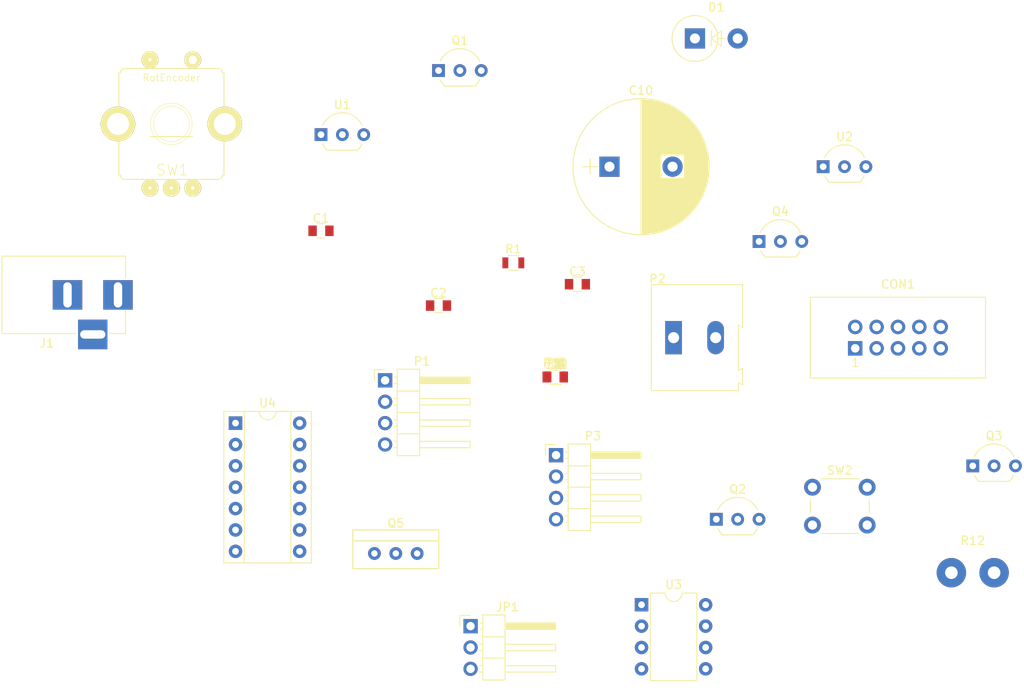
<source format=kicad_pcb>
(kicad_pcb (version 20221018) (generator pcbnew)
  (layers (0 "F.Cu" signal) (31 "B.Cu" signal) (34 "B.Paste" user) (35 "F.Paste" user) (36 "B.SilkS" user "B.Silkscreen") (37 "F.SilkS" user "F.Silkscreen") (38 "B.Mask" user) (39 "F.Mask" user) (44 "Edge.Cuts" user))
  (net 0 "")
  (net 1 "/Vin")
  (net 2 "GND")
  (net 3 "+5V")
  (net 4 "Net-(C3-Pad1)")
  (net 5 "Net-(C5-Pad1)")
  (net 6 "Net-(C6-Pad1)")
  (net 7 "Net-(C7-Pad1)")
  (net 8 "/15V")
  (net 9 "Net-(CON1-Pad1)")
  (net 10 "Net-(CON1-Pad3)")
  (net 11 "Net-(CON1-Pad5)")
  (net 12 "Net-(CON1-Pad7)")
  (net 13 "Net-(CON1-Pad9)")
  (net 14 "Net-(D1-Pad2)")
  (net 15 "Net-(J1-Pad2)")
  (net 16 "Net-(JP1-Pad2)")
  (net 17 "Net-(JP1-Pad3)")
  (net 18 "Net-(P1-Pad3)")
  (net 19 "Net-(P3-Pad1)")
  (net 20 "Net-(P3-Pad3)")
  (net 21 "Net-(Q1-Pad3)")
  (net 22 "Net-(Q2-Pad3)")
  (net 23 "Net-(Q3-Pad1)")
  (net 24 "Net-(R2-Pad2)")
  (net 25 "Net-(R3-Pad1)")
  (net 26 "Net-(R4-Pad1)")
  (net 27 "Net-(R5-Pad1)")
  (net 28 "Net-(U3-Pad2)")
  (net 29 "Net-(U3-Pad3)")
  (net 30 "VCC")
  (footprint "Capacitors_SMD:C_0805" (layer "F.Cu") (at 120.65 87.63)
    (fp_text reference "C1" (at 0 -1.5) (layer "F.SilkS"))
    (fp_text value "1uF")
    (pad "1" smd rect (at -1 0) (size 1 1.25) (layers "F.Cu" "F.Paste" "F.Mask") (net 1 "/Vin"))
    (pad "2" smd rect (at 1 0) (size 1 1.25) (layers "F.Cu" "F.Paste" "F.Mask") (net 2 "GND"))
  )
  (footprint "Capacitors_SMD:C_0805" (layer "F.Cu") (at 134.62 96.52)
    (fp_text reference "C2" (at 0 -1.5) (layer "F.SilkS"))
    (fp_text value "1uF")
    (pad "1" smd rect (at -1 0) (size 1 1.25) (layers "F.Cu" "F.Paste" "F.Mask") (net 3 "+5V"))
    (pad "2" smd rect (at 1 0) (size 1 1.25) (layers "F.Cu" "F.Paste" "F.Mask") (net 2 "GND"))
  )
  (footprint "Capacitors_SMD:C_0805" (layer "F.Cu") (at 151.13 93.98)
    (fp_text reference "C3" (at 0 -1.5) (layer "F.SilkS"))
    (fp_text value "10n")
    (pad "1" smd rect (at -1 0) (size 1 1.25) (layers "F.Cu" "F.Paste" "F.Mask") (net 4 "Net-(C3-Pad1)"))
    (pad "2" smd rect (at 1 0) (size 1 1.25) (layers "F.Cu" "F.Paste" "F.Mask") (net 2 "GND"))
  )
  (footprint "Capacitors_SMD:C_0805" (layer "F.Cu") (at 148.5011 105.0036)
    (fp_text reference "C4" (at 0 -1.5) (layer "F.SilkS"))
    (fp_text value "100nF")
    (pad "1" smd rect (at -1 0) (size 1 1.25) (layers "F.Cu" "F.Paste" "F.Mask") (net 3 "+5V"))
    (pad "2" smd rect (at 1 0) (size 1 1.25) (layers "F.Cu" "F.Paste" "F.Mask") (net 2 "GND"))
  )
  (footprint "Capacitors_SMD:C_0805" (layer "F.Cu") (at 148.5011 105.0036)
    (fp_text reference "C5" (at 0 -1.5) (layer "F.SilkS"))
    (fp_text value "10n")
    (pad "1" smd rect (at -1 0) (size 1 1.25) (layers "F.Cu" "F.Paste" "F.Mask") (net 5 "Net-(C5-Pad1)"))
    (pad "2" smd rect (at 1 0) (size 1 1.25) (layers "F.Cu" "F.Paste" "F.Mask") (net 2 "GND"))
  )
  (footprint "Capacitors_SMD:C_0805" (layer "F.Cu") (at 148.5011 105.0036)
    (fp_text reference "C6" (at 0 -1.5) (layer "F.SilkS"))
    (fp_text value "10n")
    (pad "1" smd rect (at -1 0) (size 1 1.25) (layers "F.Cu" "F.Paste" "F.Mask") (net 6 "Net-(C6-Pad1)"))
    (pad "2" smd rect (at 1 0) (size 1 1.25) (layers "F.Cu" "F.Paste" "F.Mask") (net 2 "GND"))
  )
  (footprint "Capacitors_SMD:C_0805" (layer "F.Cu") (at 148.5011 105.0036)
    (fp_text reference "C7" (at 0 -1.5) (layer "F.SilkS"))
    (fp_text value "10n")
    (pad "1" smd rect (at -1 0) (size 1 1.25) (layers "F.Cu" "F.Paste" "F.Mask") (net 7 "Net-(C7-Pad1)"))
    (pad "2" smd rect (at 1 0) (size 1 1.25) (layers "F.Cu" "F.Paste" "F.Mask") (net 2 "GND"))
  )
  (footprint "Capacitors_SMD:C_0805" (layer "F.Cu") (at 148.5011 105.0036)
    (fp_text reference "C8" (at 0 -1.5) (layer "F.SilkS"))
    (fp_text value "1uF")
    (pad "1" smd rect (at -1 0) (size 1 1.25) (layers "F.Cu" "F.Paste" "F.Mask") (net 1 "/Vin"))
    (pad "2" smd rect (at 1 0) (size 1 1.25) (layers "F.Cu" "F.Paste" "F.Mask") (net 2 "GND"))
  )
  (footprint "Capacitors_SMD:C_0805" (layer "F.Cu") (at 148.5011 105.0036)
    (fp_text reference "C9" (at 0 -1.5) (layer "F.SilkS"))
    (fp_text value "1uF")
    (pad "1" smd rect (at -1 0) (size 1 1.25) (layers "F.Cu" "F.Paste" "F.Mask") (net 8 "/15V"))
    (pad "2" smd rect (at 1 0) (size 1 1.25) (layers "F.Cu" "F.Paste" "F.Mask") (net 2 "GND"))
  )
  (footprint "Capacitors_THT:CP_Radial_D16.0mm_P7.50mm" (layer "F.Cu") (at 154.94 80.01)
    (fp_text reference "C10" (at 3.75 -9.06) (layer "F.SilkS"))
    (fp_text value "4700uF")
    (pad "1" thru_hole rect (at 0 0) (size 2.4 2.4) (drill 1.2) (layers "*.Cu" "*.Mask") (net 1 "/Vin"))
    (pad "2" thru_hole circle (at 7.5 0) (size 2.4 2.4) (drill 1.2) (layers "*.Cu" "*.Mask") (net 2 "GND"))
  )
  (footprint "Capacitors_SMD:C_0805" (layer "F.Cu") (at 148.5011 105.0036)
    (fp_text reference "C11" (at 0 -1.5) (layer "F.SilkS"))
    (fp_text value ".47uF")
    (pad "1" smd rect (at -1 0) (size 1 1.25) (layers "F.Cu" "F.Paste" "F.Mask") (net 1 "/Vin"))
    (pad "2" smd rect (at 1 0) (size 1 1.25) (layers "F.Cu" "F.Paste" "F.Mask") (net 2 "GND"))
  )
  (footprint "Capacitors_SMD:C_0805" (layer "F.Cu") (at 148.5011 105.0036)
    (fp_text reference "C12" (at 0 -1.5) (layer "F.SilkS"))
    (fp_text value "47pF")
    (pad "1" smd rect (at -1 0) (size 1 1.25) (layers "F.Cu" "F.Paste" "F.Mask") (net 1 "/Vin"))
    (pad "2" smd rect (at 1 0) (size 1 1.25) (layers "F.Cu" "F.Paste" "F.Mask") (net 2 "GND"))
  )
  (footprint "Connectors:IDC_Header_Straight_10pins" (layer "F.Cu") (at 184.15 101.6)
    (fp_text reference "CON1" (at 5.08 -7.62) (layer "F.SilkS"))
    (fp_text value "AVR-ISP-10")
    (fp_text user "1" (at 0.02 1.72) (layer "F.SilkS") (effects (font (thickness 0.12))))
    (pad "1" thru_hole rect (at 0 0) (size 1.7272 1.7272) (drill 1.016) (layers "*.Cu" "*.Mask") (net 9 "Net-(CON1-Pad1)"))
    (pad "2" thru_hole oval (at 0 -2.54) (size 1.7272 1.7272) (drill 1.016) (layers "*.Cu" "*.Mask") (net 3 "+5V"))
    (pad "3" thru_hole oval (at 2.54 0) (size 1.7272 1.7272) (drill 1.016) (layers "*.Cu" "*.Mask") (net 10 "Net-(CON1-Pad3)"))
    (pad "4" thru_hole oval (at 2.54 -2.54) (size 1.7272 1.7272) (drill 1.016) (layers "*.Cu" "*.Mask") (net 2 "GND"))
    (pad "5" thru_hole oval (at 5.08 0) (size 1.7272 1.7272) (drill 1.016) (layers "*.Cu" "*.Mask") (net 11 "Net-(CON1-Pad5)"))
    (pad "6" thru_hole oval (at 5.08 -2.54) (size 1.7272 1.7272) (drill 1.016) (layers "*.Cu" "*.Mask") (net 2 "GND"))
    (pad "7" thru_hole oval (at 7.62 0) (size 1.7272 1.7272) (drill 1.016) (layers "*.Cu" "*.Mask") (net 12 "Net-(CON1-Pad7)"))
    (pad "8" thru_hole oval (at 7.62 -2.54) (size 1.7272 1.7272) (drill 1.016) (layers "*.Cu" "*.Mask") (net 2 "GND"))
    (pad "9" thru_hole oval (at 10.16 0) (size 1.7272 1.7272) (drill 1.016) (layers "*.Cu" "*.Mask") (net 13 "Net-(CON1-Pad9)"))
    (pad "10" thru_hole oval (at 10.16 -2.54) (size 1.7272 1.7272) (drill 1.016) (layers "*.Cu" "*.Mask") (net 2 "GND"))
  )
  (footprint "Diodes_THT:D_DO-27_P5.08mm_Vertical_AnodeUp" (layer "F.Cu") (at 165.1 64.77)
    (fp_text reference "D1" (at 2.54 -3.725) (layer "F.SilkS"))
    (fp_text value "SF28")
    (pad "1" thru_hole rect (at 0 0) (size 2.4 2.4) (drill 1.2) (layers "*.Cu" "*.Mask") (net 1 "/Vin"))
    (pad "2" thru_hole oval (at 5.08 0) (size 2.4 2.4) (drill 1.2) (layers "*.Cu" "*.Mask") (net 14 "Net-(D1-Pad2)"))
  )
  (footprint "Connectors:BARREL_JACK" (layer "F.Cu") (at 96.52 95.25)
    (fp_text reference "J1" (at -8.45 5.75 180) (layer "F.SilkS"))
    (fp_text value "DC_JACK")
    (pad "1" thru_hole rect (at 0 0) (size 3.5 3.5) (drill oval 1 3) (layers "*.Cu" "*.Mask") (net 1 "/Vin"))
    (pad "2" thru_hole rect (at -6 0) (size 3.5 3.5) (drill oval 1 3) (layers "*.Cu" "*.Mask") (net 15 "Net-(J1-Pad2)"))
    (pad "3" thru_hole rect (at -3 4.7) (size 3.5 3.5) (drill oval 3 1) (layers "*.Cu" "*.Mask") (net 2 "GND"))
  )
  (footprint "Pin_Headers:Pin_Header_Angled_1x03_Pitch2.54mm" (layer "F.Cu") (at 138.43 134.62)
    (fp_text reference "JP1" (at 4.385 -2.27) (layer "F.SilkS"))
    (fp_text value "Jumper_NC_Dual")
    (pad "1" thru_hole rect (at 0 0) (size 1.7 1.7) (drill 1) (layers "*.Cu" "*.Mask") (net 13 "Net-(CON1-Pad9)"))
    (pad "2" thru_hole oval (at 0 2.54) (size 1.7 1.7) (drill 1) (layers "*.Cu" "*.Mask") (net 16 "Net-(JP1-Pad2)"))
    (pad "3" thru_hole oval (at 0 5.08) (size 1.7 1.7) (drill 1) (layers "*.Cu" "*.Mask") (net 17 "Net-(JP1-Pad3)"))
  )
  (footprint "Pin_Headers:Pin_Header_Angled_1x04_Pitch2.54mm" (layer "F.Cu") (at 128.27 105.41)
    (fp_text reference "P1" (at 4.385 -2.27) (layer "F.SilkS"))
    (fp_text value "CONN_4")
    (pad "1" thru_hole rect (at 0 0) (size 1.7 1.7) (drill 1) (layers "*.Cu" "*.Mask") (net 17 "Net-(JP1-Pad3)"))
    (pad "2" thru_hole oval (at 0 2.54) (size 1.7 1.7) (drill 1) (layers "*.Cu" "*.Mask") (net 17 "Net-(JP1-Pad3)"))
    (pad "3" thru_hole oval (at 0 5.08) (size 1.7 1.7) (drill 1) (layers "*.Cu" "*.Mask") (net 18 "Net-(P1-Pad3)"))
    (pad "4" thru_hole oval (at 0 7.62) (size 1.7 1.7) (drill 1) (layers "*.Cu" "*.Mask") (net 2 "GND"))
  )
  (footprint "Connectors:AK300-2" (layer "F.Cu") (at 162.56 100.33)
    (fp_text reference "P2" (at -1.92 -6.99) (layer "F.SilkS"))
    (fp_text value "CONN_2")
    (pad "1" thru_hole rect (at 0 0) (size 1.98 3.96) (drill 1.32) (layers "*.Cu" "F.Paste" "F.Mask") (net 1 "/Vin"))
    (pad "2" thru_hole oval (at 5 0) (size 1.98 3.96) (drill 1.32) (layers "*.Cu" "F.Paste" "F.Mask") (net 14 "Net-(D1-Pad2)"))
  )
  (footprint "Pin_Headers:Pin_Header_Angled_1x04_Pitch2.54mm" (layer "F.Cu") (at 148.59 114.3)
    (fp_text reference "P3" (at 4.385 -2.27) (layer "F.SilkS"))
    (fp_text value "CONN_4")
    (pad "1" thru_hole rect (at 0 0) (size 1.7 1.7) (drill 1) (layers "*.Cu" "*.Mask") (net 19 "Net-(P3-Pad1)"))
    (pad "2" thru_hole oval (at 0 2.54) (size 1.7 1.7) (drill 1) (layers "*.Cu" "*.Mask") (net 19 "Net-(P3-Pad1)"))
    (pad "3" thru_hole oval (at 0 5.08) (size 1.7 1.7) (drill 1) (layers "*.Cu" "*.Mask") (net 20 "Net-(P3-Pad3)"))
    (pad "4" thru_hole oval (at 0 7.62) (size 1.7 1.7) (drill 1) (layers "*.Cu" "*.Mask") (net 2 "GND"))
  )
  (footprint "TO_SOT_Packages_THT:TO-92_Inline_Wide" (layer "F.Cu") (at 134.62 68.58)
    (fp_text reference "Q1" (at 2.54 -3.56 180) (layer "F.SilkS"))
    (fp_text value "2N7000")
    (pad "1" thru_hole rect (at 0 0 90) (size 1.52 1.52) (drill 0.8) (layers "*.Cu" "*.Mask") (net 2 "GND"))
    (pad "2" thru_hole circle (at 2.54 0 90) (size 1.52 1.52) (drill 0.8) (layers "*.Cu" "*.Mask") (net 16 "Net-(JP1-Pad2)"))
    (pad "3" thru_hole circle (at 5.08 0 90) (size 1.52 1.52) (drill 0.8) (layers "*.Cu" "*.Mask") (net 21 "Net-(Q1-Pad3)"))
  )
  (footprint "TO_SOT_Packages_THT:TO-92_Inline_Wide" (layer "F.Cu") (at 167.64 121.92)
    (fp_text reference "Q2" (at 2.54 -3.56 180) (layer "F.SilkS"))
    (fp_text value "2N7000")
    (pad "1" thru_hole rect (at 0 0 90) (size 1.52 1.52) (drill 0.8) (layers "*.Cu" "*.Mask") (net 2 "GND"))
    (pad "2" thru_hole circle (at 2.54 0 90) (size 1.52 1.52) (drill 0.8) (layers "*.Cu" "*.Mask") (net 21 "Net-(Q1-Pad3)"))
    (pad "3" thru_hole circle (at 5.08 0 90) (size 1.52 1.52) (drill 0.8) (layers "*.Cu" "*.Mask") (net 22 "Net-(Q2-Pad3)"))
  )
  (footprint "TO_SOT_Packages_THT:TO-92_Inline_Wide" (layer "F.Cu") (at 198.12 115.57)
    (fp_text reference "Q3" (at 2.54 -3.56 180) (layer "F.SilkS"))
    (fp_text value "2N2906")
    (pad "1" thru_hole rect (at 0 0 90) (size 1.52 1.52) (drill 0.8) (layers "*.Cu" "*.Mask") (net 23 "Net-(Q3-Pad1)"))
    (pad "2" thru_hole circle (at 2.54 0 90) (size 1.52 1.52) (drill 0.8) (layers "*.Cu" "*.Mask") (net 22 "Net-(Q2-Pad3)"))
    (pad "3" thru_hole circle (at 5.08 0 90) (size 1.52 1.52) (drill 0.8) (layers "*.Cu" "*.Mask") (net 2 "GND"))
  )
  (footprint "TO_SOT_Packages_THT:TO-92_Inline_Wide" (layer "F.Cu") (at 172.72 88.9)
    (fp_text reference "Q4" (at 2.54 -3.56 180) (layer "F.SilkS"))
    (fp_text value "2N2222A")
    (pad "1" thru_hole rect (at 0 0 90) (size 1.52 1.52) (drill 0.8) (layers "*.Cu" "*.Mask") (net 23 "Net-(Q3-Pad1)"))
    (pad "2" thru_hole circle (at 2.54 0 90) (size 1.52 1.52) (drill 0.8) (layers "*.Cu" "*.Mask") (net 22 "Net-(Q2-Pad3)"))
    (pad "3" thru_hole circle (at 5.08 0 90) (size 1.52 1.52) (drill 0.8) (layers "*.Cu" "*.Mask") (net 8 "/15V"))
  )
  (footprint "myLib:TO-220-3" (layer "F.Cu") (at 129.54 123.19)
    (fp_text reference "Q5" (at 0 -0.8) (layer "F.SilkS"))
    (fp_text value "IRLIZ24N")
    (pad "1" thru_hole circle (at -2.54 2.794) (size 1.524 1.524) (drill 0.762) (layers "*.Cu" "*.Mask") (net 23 "Net-(Q3-Pad1)"))
    (pad "2" thru_hole circle (at 0 2.794) (size 1.524 1.524) (drill 0.762) (layers "*.Cu" "*.Mask") (net 14 "Net-(D1-Pad2)"))
    (pad "3" thru_hole circle (at 2.54 2.794) (size 1.524 1.524) (drill 0.762) (layers "*.Cu" "*.Mask") (net 19 "Net-(P3-Pad1)"))
  )
  (footprint "Resistors_SMD:R_0805" (layer "F.Cu") (at 143.51 91.44)
    (fp_text reference "R1" (at 0 -1.65) (layer "F.SilkS"))
    (fp_text value "1M")
    (pad "1" smd rect (at -0.95 0) (size 0.7 1.3) (layers "F.Cu" "F.Paste" "F.Mask") (net 15 "Net-(J1-Pad2)"))
    (pad "2" smd rect (at 0.95 0) (size 0.7 1.3) (layers "F.Cu" "F.Paste" "F.Mask") (net 1 "/Vin"))
  )
  (footprint "Resistors_SMD:R_0805" (layer "F.Cu") (at 148.5011 105.0036)
    (fp_text reference "R2" (at 0 -1.65) (layer "F.SilkS"))
    (fp_text value "3k3")
    (pad "1" smd rect (at -0.95 0) (size 0.7 1.3) (layers "F.Cu" "F.Paste" "F.Mask") (net 4 "Net-(C3-Pad1)"))
    (pad "2" smd rect (at 0.95 0) (size 0.7 1.3) (layers "F.Cu" "F.Paste" "F.Mask") (net 24 "Net-(R2-Pad2)"))
  )
  (footprint "Resistors_SMD:R_0805" (layer "F.Cu") (at 148.5011 105.0036)
    (fp_text reference "R3" (at 0 -1.65) (layer "F.SilkS"))
    (fp_text value "3k3")
    (pad "1" smd rect (at -0.95 0) (size 0.7 1.3) (layers "F.Cu" "F.Paste" "F.Mask") (net 25 "Net-(R3-Pad1)"))
    (pad "2" smd rect (at 0.95 0) (size 0.7 1.3) (layers "F.Cu" "F.Paste" "F.Mask") (net 5 "Net-(C5-Pad1)"))
  )
  (footprint "Resistors_SMD:R_0805" (layer "F.Cu") (at 148.5011 105.0036)
    (fp_text reference "R4" (at 0 -1.65) (layer "F.SilkS"))
    (fp_text value "3k3")
    (pad "1" smd rect (at -0.95 0) (size 0.7 1.3) (layers "F.Cu" "F.Paste" "F.Mask") (net 26 "Net-(R4-Pad1)"))
    (pad "2" smd rect (at 0.95 0) (size 0.7 1.3) (layers "F.Cu" "F.Paste" "F.Mask") (net 6 "Net-(C6-Pad1)"))
  )
  (footprint "Resistors_SMD:R_0805" (layer "F.Cu") (at 148.5011 105.0036)
    (fp_text reference "R5" (at 0 -1.65) (layer "F.SilkS"))
    (fp_text value "3k3")
    (pad "1" smd rect (at -0.95 0) (size 0.7 1.3) (layers "F.Cu" "F.Paste" "F.Mask") (net 27 "Net-(R5-Pad1)"))
    (pad "2" smd rect (at 0.95 0) (size 0.7 1.3) (layers "F.Cu" "F.Paste" "F.Mask") (net 7 "Net-(C7-Pad1)"))
  )
  (footprint "Resistors_SMD:R_0805" (layer "F.Cu") (at 148.5011 105.0036)
    (fp_text reference "R6" (at 0 -1.65) (layer "F.SilkS"))
    (fp_text value "33k")
    (pad "1" smd rect (at -0.95 0) (size 0.7 1.3) (layers "F.Cu" "F.Paste" "F.Mask") (net 3 "+5V"))
    (pad "2" smd rect (at 0.95 0) (size 0.7 1.3) (layers "F.Cu" "F.Paste" "F.Mask") (net 27 "Net-(R5-Pad1)"))
  )
  (footprint "Resistors_SMD:R_0805" (layer "F.Cu") (at 148.5011 105.0036)
    (fp_text reference "R7" (at 0 -1.65) (layer "F.SilkS"))
    (fp_text value "33k")
    (pad "1" smd rect (at -0.95 0) (size 0.7 1.3) (layers "F.Cu" "F.Paste" "F.Mask") (net 3 "+5V"))
    (pad "2" smd rect (at 0.95 0) (size 0.7 1.3) (layers "F.Cu" "F.Paste" "F.Mask") (net 26 "Net-(R4-Pad1)"))
  )
  (footprint "Resistors_SMD:R_0805" (layer "F.Cu") (at 148.5011 105.0036)
    (fp_text reference "R8" (at 0 -1.65) (layer "F.SilkS"))
    (fp_text value "33k")
    (pad "1" smd rect (at -0.95 0) (size 0.7 1.3) (layers "F.Cu" "F.Paste" "F.Mask") (net 3 "+5V"))
    (pad "2" smd rect (at 0.95 0) (size 0.7 1.3) (layers "F.Cu" "F.Paste" "F.Mask") (net 25 "Net-(R3-Pad1)"))
  )
  (footprint "Resistors_SMD:R_0805" (layer "F.Cu") (at 148.5011 105.0036)
    (fp_text reference "R9" (at 0 -1.65) (layer "F.SilkS"))
    (fp_text value "33k")
    (pad "1" smd rect (at -0.95 0) (size 0.7 1.3) (layers "F.Cu" "F.Paste" "F.Mask") (net 3 "+5V"))
    (pad "2" smd rect (at 0.95 0) (size 0.7 1.3) (layers "F.Cu" "F.Paste" "F.Mask") (net 24 "Net-(R2-Pad2)"))
  )
  (footprint "Resistors_SMD:R_0805" (layer "F.Cu") (at 148.5011 105.0036)
    (fp_text reference "R10" (at 0 -1.65) (layer "F.SilkS"))
    (fp_text value "1k")
    (pad "1" smd rect (at -0.95 0) (size 0.7 1.3) (layers "F.Cu" "F.Paste" "F.Mask") (net 8 "/15V"))
    (pad "2" smd rect (at 0.95 0) (size 0.7 1.3) (layers "F.Cu" "F.Paste" "F.Mask") (net 21 "Net-(Q1-Pad3)"))
  )
  (footprint "Resistors_SMD:R_0805" (layer "F.Cu") (at 148.5011 105.0036)
    (fp_text reference "R11" (at 0 -1.65) (layer "F.SilkS"))
    (fp_text value "1k")
    (pad "1" smd rect (at -0.95 0) (size 0.7 1.3) (layers "F.Cu" "F.Paste" "F.Mask") (net 8 "/15V"))
    (pad "2" smd rect (at 0.95 0) (size 0.7 1.3) (layers "F.Cu" "F.Paste" "F.Mask") (net 22 "Net-(Q2-Pad3)"))
  )
  (footprint "myLib:PEC11_Switch_Rotary_Encoder" (layer "F.Cu") (at 102.87 74.93)
    (fp_text reference "SW1" (at 0.11938 5.4737) (layer "F.SilkS") (effects (font (size 1.27 1.27) (thickness 0.0889))))
    (fp_text value "RotEncoder" (at 0 -5.4864) (layer "F.SilkS") (effects (font (size 0.8128 0.8128) (thickness 0.0889))))
    (pad "" thru_hole circle (at -6.35 0) (size 4.09956 4.09956) (drill 2.598418) (layers "*.Cu" "F.Paste" "F.SilkS" "F.Mask"))
    (pad "" thru_hole circle (at 6.35 0) (size 4.09956 4.09956) (drill 2.598418) (layers "*.Cu" "F.Paste" "F.SilkS" "F.Mask"))
    (pad "1" thru_hole circle (at -2.54 7.62) (size 1.99898 1.99898) (drill 0.4) (layers "*.Cu" "F.Paste" "F.SilkS" "F.Mask") (net 26 "Net-(R4-Pad1)"))
    (pad "2" thru_hole circle (at 0 7.62) (size 1.99898 1.99898) (drill 0.4) (layers "*.Cu" "F.Paste" "F.SilkS" "F.Mask") (net 2 "GND"))
    (pad "3" thru_hole circle (at 2.54 7.62) (size 1.99898 1.99898) (drill 0.4) (layers "*.Cu" "F.Paste" "F.SilkS" "F.Mask") (net 27 "Net-(R5-Pad1)"))
    (pad "4" thru_hole circle (at 2.54 -7.62) (size 1.99898 1.99898) (drill 0.998218) (layers "*.Cu" "F.Paste" "F.SilkS" "F.Mask") (net 25 "Net-(R3-Pad1)"))
    (pad "5" thru_hole circle (at -2.54 -7.62) (size 1.99898 1.99898) (drill 0.4) (layers "*.Cu" "F.Paste" "F.SilkS" "F.Mask") (net 2 "GND"))
  )
  (footprint "Buttons_Switches_THT:SW_PUSH_6mm" (layer "F.Cu") (at 179.07 118.11)
    (fp_text reference "SW2" (at 3.25 -2) (layer "F.SilkS"))
    (fp_text value "SW_Push")
    (pad "1" thru_hole circle (at 0 0 90) (size 2 2) (drill 1.1) (layers "*.Cu" "*.Mask") (net 24 "Net-(R2-Pad2)"))
    (pad "1" thru_hole circle (at 6.5 0 90) (size 2 2) (drill 1.1) (layers "*.Cu" "*.Mask") (net 24 "Net-(R2-Pad2)"))
    (pad "2" thru_hole circle (at 0 4.5 90) (size 2 2) (drill 1.1) (layers "*.Cu" "*.Mask") (net 2 "GND"))
    (pad "2" thru_hole circle (at 6.5 4.5 90) (size 2 2) (drill 1.1) (layers "*.Cu" "*.Mask") (net 2 "GND"))
  )
  (footprint "TO_SOT_Packages_THT:TO-92_Inline_Wide" (layer "F.Cu") (at 120.65 76.2)
    (fp_text reference "U1" (at 2.54 -3.56 180) (layer "F.SilkS"))
    (fp_text value "78L_REG")
    (pad "1" thru_hole rect (at 0 0 90) (size 1.52 1.52) (drill 0.8) (layers "*.Cu" "*.Mask") (net 3 "+5V"))
    (pad "2" thru_hole circle (at 2.54 0 90) (size 1.52 1.52) (drill 0.8) (layers "*.Cu" "*.Mask") (net 2 "GND"))
    (pad "3" thru_hole circle (at 5.08 0 90) (size 1.52 1.52) (drill 0.8) (layers "*.Cu" "*.Mask") (net 1 "/Vin"))
  )
  (footprint "TO_SOT_Packages_THT:TO-92_Inline_Wide" (layer "F.Cu") (at 180.34 80.01)
    (fp_text reference "U2" (at 2.54 -3.56 180) (layer "F.SilkS"))
    (fp_text value "78L_REG")
    (pad "1" thru_hole rect (at 0 0 90) (size 1.52 1.52) (drill 0.8) (layers "*.Cu" "*.Mask") (net 8 "/15V"))
    (pad "2" thru_hole circle (at 2.54 0 90) (size 1.52 1.52) (drill 0.8) (layers "*.Cu" "*.Mask") (net 2 "GND"))
    (pad "3" thru_hole circle (at 5.08 0 90) (size 1.52 1.52) (drill 0.8) (layers "*.Cu" "*.Mask") (net 1 "/Vin"))
  )
  (footprint "Housings_DIP:DIP-8_W7.62mm" (layer "F.Cu") (at 158.75 132.08)
    (fp_text reference "U3" (at 3.81 -2.39) (layer "F.SilkS"))
    (fp_text value "ATTINY13A-PU")
    (pad "1" thru_hole rect (at 0 0) (size 1.6 1.6) (drill 0.8) (layers "*.Cu" "*.Mask") (net 11 "Net-(CON1-Pad5)"))
    (pad "2" thru_hole oval (at 0 2.54) (size 1.6 1.6) (drill 0.8) (layers "*.Cu" "*.Mask") (net 28 "Net-(U3-Pad2)"))
    (pad "3" thru_hole oval (at 0 5.08) (size 1.6 1.6) (drill 0.8) (layers "*.Cu" "*.Mask") (net 29 "Net-(U3-Pad3)"))
    (pad "4" thru_hole oval (at 0 7.62) (size 1.6 1.6) (drill 0.8) (layers "*.Cu" "*.Mask") (net 2 "GND"))
    (pad "5" thru_hole oval (at 7.62 7.62) (size 1.6 1.6) (drill 0.8) (layers "*.Cu" "*.Mask") (net 9 "Net-(CON1-Pad1)"))
    (pad "6" thru_hole oval (at 7.62 5.08) (size 1.6 1.6) (drill 0.8) (layers "*.Cu" "*.Mask") (net 13 "Net-(CON1-Pad9)"))
    (pad "7" thru_hole oval (at 7.62 2.54) (size 1.6 1.6) (drill 0.8) (layers "*.Cu" "*.Mask") (net 12 "Net-(CON1-Pad7)"))
    (pad "8" thru_hole oval (at 7.62 0) (size 1.6 1.6) (drill 0.8) (layers "*.Cu" "*.Mask") (net 3 "+5V"))
  )
  (footprint "Housings_DIP:DIP-14_W7.62mm_Socket" (layer "F.Cu") (at 110.49 110.49)
    (fp_text reference "U4" (at 3.81 -2.39) (layer "F.SilkS"))
    (fp_text value "74HC14")
    (pad "1" thru_hole rect (at 0 0) (size 1.6 1.6) (drill 0.8) (layers "*.Cu" "*.Mask") (net 5 "Net-(C5-Pad1)"))
    (pad "2" thru_hole oval (at 0 2.54) (size 1.6 1.6) (drill 0.8) (layers "*.Cu" "*.Mask") (net 9 "Net-(CON1-Pad1)"))
    (pad "3" thru_hole oval (at 0 5.08) (size 1.6 1.6) (drill 0.8) (layers "*.Cu" "*.Mask") (net 6 "Net-(C6-Pad1)"))
    (pad "4" thru_hole oval (at 0 7.62) (size 1.6 1.6) (drill 0.8) (layers "*.Cu" "*.Mask") (net 28 "Net-(U3-Pad2)"))
    (pad "5" thru_hole oval (at 0 10.16) (size 1.6 1.6) (drill 0.8) (layers "*.Cu" "*.Mask") (net 7 "Net-(C7-Pad1)"))
    (pad "6" thru_hole oval (at 0 12.7) (size 1.6 1.6) (drill 0.8) (layers "*.Cu" "*.Mask") (net 12 "Net-(CON1-Pad7)"))
    (pad "7" thru_hole oval (at 0 15.24) (size 1.6 1.6) (drill 0.8) (layers "*.Cu" "*.Mask") (net 2 "GND"))
    (pad "8" thru_hole oval (at 7.62 15.24) (size 1.6 1.6) (drill 0.8) (layers "*.Cu" "*.Mask") (net 29 "Net-(U3-Pad3)"))
    (pad "9" thru_hole oval (at 7.62 12.7) (size 1.6 1.6) (drill 0.8) (layers "*.Cu" "*.Mask") (net 4 "Net-(C3-Pad1)"))
    (pad "10" thru_hole oval (at 7.62 10.16) (size 1.6 1.6) (drill 0.8) (layers "*.Cu" "*.Mask"))
    (pad "11" thru_hole oval (at 7.62 7.62) (size 1.6 1.6) (drill 0.8) (layers "*.Cu" "*.Mask"))
    (pad "12" thru_hole oval (at 7.62 5.08) (size 1.6 1.6) (drill 0.8) (layers "*.Cu" "*.Mask"))
    (pad "13" thru_hole oval (at 7.62 2.54) (size 1.6 1.6) (drill 0.8) (layers "*.Cu" "*.Mask"))
    (pad "14" thru_hole oval (at 7.62 0) (size 1.6 1.6) (drill 0.8) (layers "*.Cu" "*.Mask") (net 30 "VCC"))
  )
  (footprint "myLib:SolderWirePad_2x_1-5mmDrill" (layer "F.Cu") (at 198.12 128.27)
    (fp_text reference "R12" (at 0 -3.81) (layer "F.SilkS"))
    (fp_text value "0.1")
    (pad "1" thru_hole circle (at -2.54 0) (size 3.50012 3.50012) (drill 1.50114) (layers "*.Cu" "*.Mask") (net 19 "Net-(P3-Pad1)"))
    (pad "2" thru_hole circle (at 2.54 0) (size 3.50012 3.50012) (drill 1.50114) (layers "*.Cu" "*.Mask") (net 2 "GND"))
  )
)
</source>
